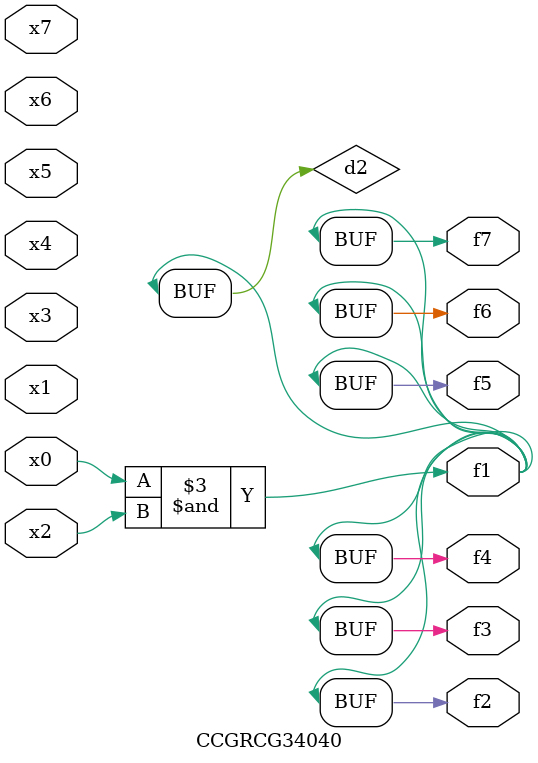
<source format=v>
module CCGRCG34040(
	input x0, x1, x2, x3, x4, x5, x6, x7,
	output f1, f2, f3, f4, f5, f6, f7
);

	wire d1, d2;

	nor (d1, x3, x6);
	and (d2, x0, x2);
	assign f1 = d2;
	assign f2 = d2;
	assign f3 = d2;
	assign f4 = d2;
	assign f5 = d2;
	assign f6 = d2;
	assign f7 = d2;
endmodule

</source>
